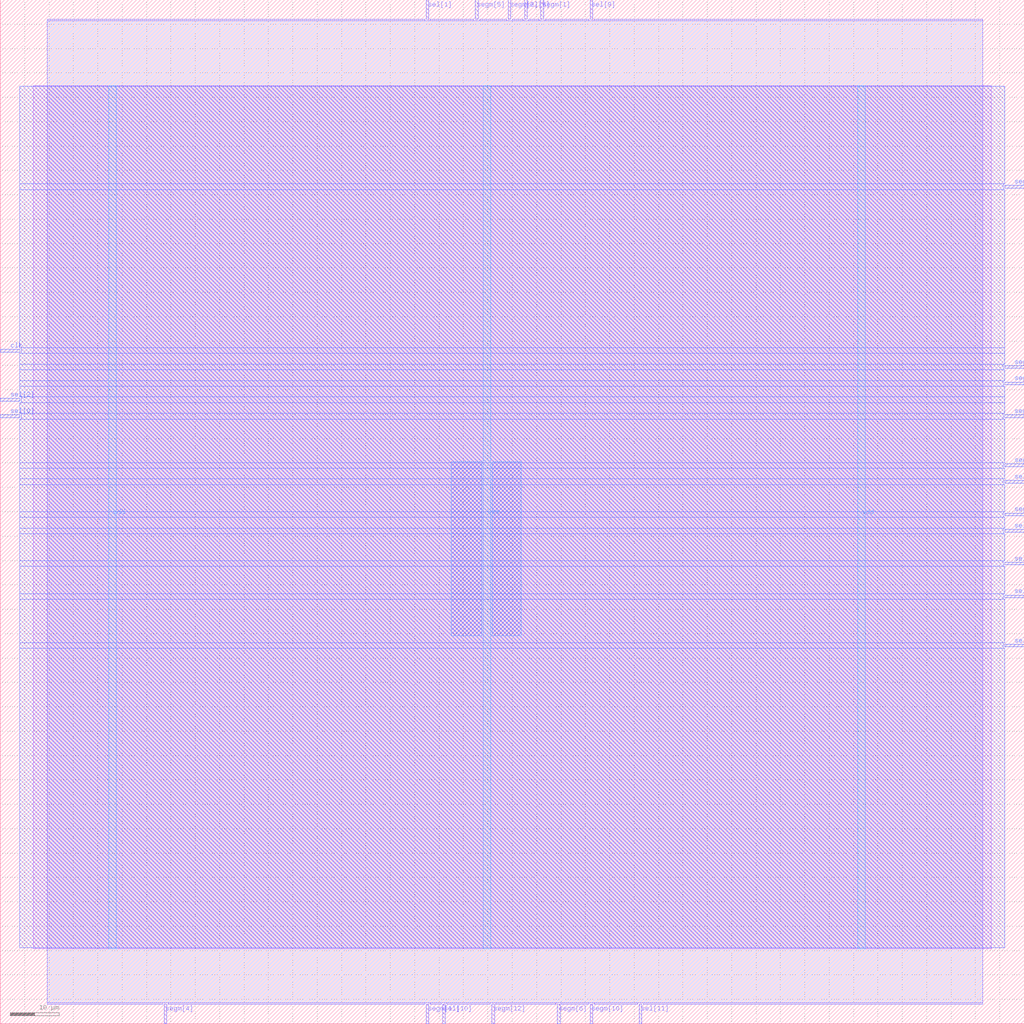
<source format=lef>
VERSION 5.7 ;
  NOWIREEXTENSIONATPIN ON ;
  DIVIDERCHAR "/" ;
  BUSBITCHARS "[]" ;
MACRO ita25
  CLASS BLOCK ;
  FOREIGN ita25 ;
  ORIGIN 0.000 0.000 ;
  SIZE 210.000 BY 210.000 ;
  PIN clk
    DIRECTION INPUT ;
    USE SIGNAL ;
    ANTENNAGATEAREA 4.738000 ;
    ANTENNADIFFAREA 0.410400 ;
    PORT
      LAYER Metal3 ;
        RECT 0.000 137.760 4.000 138.320 ;
    END
  END clk
  PIN segm[0]
    DIRECTION OUTPUT TRISTATE ;
    USE SIGNAL ;
    ANTENNADIFFAREA 0.360800 ;
    PORT
      LAYER Metal3 ;
        RECT 206.000 171.360 210.000 171.920 ;
    END
  END segm[0]
  PIN segm[10]
    DIRECTION OUTPUT TRISTATE ;
    USE SIGNAL ;
    ANTENNADIFFAREA 4.731200 ;
    PORT
      LAYER Metal2 ;
        RECT 120.960 0.000 121.520 4.000 ;
    END
  END segm[10]
  PIN segm[11]
    DIRECTION OUTPUT TRISTATE ;
    USE SIGNAL ;
    ANTENNADIFFAREA 4.731200 ;
    PORT
      LAYER Metal2 ;
        RECT 87.360 0.000 87.920 4.000 ;
    END
  END segm[11]
  PIN segm[12]
    DIRECTION OUTPUT TRISTATE ;
    USE SIGNAL ;
    ANTENNADIFFAREA 4.731200 ;
    PORT
      LAYER Metal2 ;
        RECT 100.800 0.000 101.360 4.000 ;
    END
  END segm[12]
  PIN segm[13]
    DIRECTION OUTPUT TRISTATE ;
    USE SIGNAL ;
    ANTENNADIFFAREA 4.731200 ;
    PORT
      LAYER Metal3 ;
        RECT 206.000 124.320 210.000 124.880 ;
    END
  END segm[13]
  PIN segm[1]
    DIRECTION OUTPUT TRISTATE ;
    USE SIGNAL ;
    ANTENNADIFFAREA 0.360800 ;
    PORT
      LAYER Metal2 ;
        RECT 110.880 206.000 111.440 210.000 ;
    END
  END segm[1]
  PIN segm[2]
    DIRECTION OUTPUT TRISTATE ;
    USE SIGNAL ;
    ANTENNADIFFAREA 4.731200 ;
    PORT
      LAYER Metal2 ;
        RECT 104.160 206.000 104.720 210.000 ;
    END
  END segm[2]
  PIN segm[3]
    DIRECTION OUTPUT TRISTATE ;
    USE SIGNAL ;
    ANTENNADIFFAREA 4.731200 ;
    PORT
      LAYER Metal3 ;
        RECT 206.000 104.160 210.000 104.720 ;
    END
  END segm[3]
  PIN segm[4]
    DIRECTION OUTPUT TRISTATE ;
    USE SIGNAL ;
    ANTENNADIFFAREA 0.360800 ;
    PORT
      LAYER Metal2 ;
        RECT 33.600 0.000 34.160 4.000 ;
    END
  END segm[4]
  PIN segm[5]
    DIRECTION OUTPUT TRISTATE ;
    USE SIGNAL ;
    ANTENNADIFFAREA 4.731200 ;
    PORT
      LAYER Metal2 ;
        RECT 97.440 206.000 98.000 210.000 ;
    END
  END segm[5]
  PIN segm[6]
    DIRECTION OUTPUT TRISTATE ;
    USE SIGNAL ;
    ANTENNADIFFAREA 4.731200 ;
    PORT
      LAYER Metal2 ;
        RECT 114.240 0.000 114.800 4.000 ;
    END
  END segm[6]
  PIN segm[7]
    DIRECTION OUTPUT TRISTATE ;
    USE SIGNAL ;
    ANTENNADIFFAREA 4.731200 ;
    PORT
      LAYER Metal3 ;
        RECT 206.000 114.240 210.000 114.800 ;
    END
  END segm[7]
  PIN segm[8]
    DIRECTION OUTPUT TRISTATE ;
    USE SIGNAL ;
    ANTENNADIFFAREA 4.731200 ;
    PORT
      LAYER Metal3 ;
        RECT 206.000 134.400 210.000 134.960 ;
    END
  END segm[8]
  PIN segm[9]
    DIRECTION OUTPUT TRISTATE ;
    USE SIGNAL ;
    ANTENNADIFFAREA 4.731200 ;
    PORT
      LAYER Metal3 ;
        RECT 206.000 131.040 210.000 131.600 ;
    END
  END segm[9]
  PIN sel[0]
    DIRECTION OUTPUT TRISTATE ;
    USE SIGNAL ;
    ANTENNADIFFAREA 4.731200 ;
    PORT
      LAYER Metal3 ;
        RECT 0.000 124.320 4.000 124.880 ;
    END
  END sel[0]
  PIN sel[10]
    DIRECTION OUTPUT TRISTATE ;
    USE SIGNAL ;
    ANTENNADIFFAREA 4.731200 ;
    PORT
      LAYER Metal2 ;
        RECT 90.720 0.000 91.280 4.000 ;
    END
  END sel[10]
  PIN sel[11]
    DIRECTION OUTPUT TRISTATE ;
    USE SIGNAL ;
    ANTENNADIFFAREA 4.731200 ;
    PORT
      LAYER Metal2 ;
        RECT 131.040 0.000 131.600 4.000 ;
    END
  END sel[11]
  PIN sel[1]
    DIRECTION OUTPUT TRISTATE ;
    USE SIGNAL ;
    ANTENNADIFFAREA 4.731200 ;
    PORT
      LAYER Metal2 ;
        RECT 87.360 206.000 87.920 210.000 ;
    END
  END sel[1]
  PIN sel[2]
    DIRECTION OUTPUT TRISTATE ;
    USE SIGNAL ;
    ANTENNADIFFAREA 4.731200 ;
    PORT
      LAYER Metal3 ;
        RECT 0.000 127.680 4.000 128.240 ;
    END
  END sel[2]
  PIN sel[3]
    DIRECTION OUTPUT TRISTATE ;
    USE SIGNAL ;
    ANTENNADIFFAREA 4.731200 ;
    PORT
      LAYER Metal3 ;
        RECT 206.000 100.800 210.000 101.360 ;
    END
  END sel[3]
  PIN sel[4]
    DIRECTION OUTPUT TRISTATE ;
    USE SIGNAL ;
    ANTENNADIFFAREA 4.731200 ;
    PORT
      LAYER Metal3 ;
        RECT 206.000 110.880 210.000 111.440 ;
    END
  END sel[4]
  PIN sel[5]
    DIRECTION OUTPUT TRISTATE ;
    USE SIGNAL ;
    ANTENNADIFFAREA 4.731200 ;
    PORT
      LAYER Metal2 ;
        RECT 107.520 206.000 108.080 210.000 ;
    END
  END sel[5]
  PIN sel[6]
    DIRECTION OUTPUT TRISTATE ;
    USE SIGNAL ;
    ANTENNADIFFAREA 4.731200 ;
    PORT
      LAYER Metal3 ;
        RECT 206.000 77.280 210.000 77.840 ;
    END
  END sel[6]
  PIN sel[7]
    DIRECTION OUTPUT TRISTATE ;
    USE SIGNAL ;
    ANTENNADIFFAREA 4.731200 ;
    PORT
      LAYER Metal3 ;
        RECT 206.000 94.080 210.000 94.640 ;
    END
  END sel[7]
  PIN sel[8]
    DIRECTION OUTPUT TRISTATE ;
    USE SIGNAL ;
    ANTENNADIFFAREA 4.731200 ;
    PORT
      LAYER Metal3 ;
        RECT 206.000 87.360 210.000 87.920 ;
    END
  END sel[8]
  PIN sel[9]
    DIRECTION OUTPUT TRISTATE ;
    USE SIGNAL ;
    ANTENNADIFFAREA 4.731200 ;
    PORT
      LAYER Metal2 ;
        RECT 120.960 206.000 121.520 210.000 ;
    END
  END sel[9]
  PIN vdd
    DIRECTION INOUT ;
    USE POWER ;
    PORT
      LAYER Metal4 ;
        RECT 22.240 15.380 23.840 192.380 ;
    END
    PORT
      LAYER Metal4 ;
        RECT 175.840 15.380 177.440 192.380 ;
    END
  END vdd
  PIN vss
    DIRECTION INOUT ;
    USE GROUND ;
    PORT
      LAYER Metal4 ;
        RECT 99.040 15.380 100.640 192.380 ;
    END
  END vss
  OBS
      LAYER Metal1 ;
        RECT 6.720 15.380 203.280 192.380 ;
      LAYER Metal2 ;
        RECT 9.660 205.700 87.060 206.000 ;
        RECT 88.220 205.700 97.140 206.000 ;
        RECT 98.300 205.700 103.860 206.000 ;
        RECT 105.020 205.700 107.220 206.000 ;
        RECT 108.380 205.700 110.580 206.000 ;
        RECT 111.740 205.700 120.660 206.000 ;
        RECT 121.820 205.700 201.460 206.000 ;
        RECT 9.660 4.300 201.460 205.700 ;
        RECT 9.660 4.000 33.300 4.300 ;
        RECT 34.460 4.000 87.060 4.300 ;
        RECT 88.220 4.000 90.420 4.300 ;
        RECT 91.580 4.000 100.500 4.300 ;
        RECT 101.660 4.000 113.940 4.300 ;
        RECT 115.100 4.000 120.660 4.300 ;
        RECT 121.820 4.000 130.740 4.300 ;
        RECT 131.900 4.000 201.460 4.300 ;
      LAYER Metal3 ;
        RECT 4.000 172.220 206.000 192.220 ;
        RECT 4.000 171.060 205.700 172.220 ;
        RECT 4.000 138.620 206.000 171.060 ;
        RECT 4.300 137.460 206.000 138.620 ;
        RECT 4.000 135.260 206.000 137.460 ;
        RECT 4.000 134.100 205.700 135.260 ;
        RECT 4.000 131.900 206.000 134.100 ;
        RECT 4.000 130.740 205.700 131.900 ;
        RECT 4.000 128.540 206.000 130.740 ;
        RECT 4.300 127.380 206.000 128.540 ;
        RECT 4.000 125.180 206.000 127.380 ;
        RECT 4.300 124.020 205.700 125.180 ;
        RECT 4.000 115.100 206.000 124.020 ;
        RECT 4.000 113.940 205.700 115.100 ;
        RECT 4.000 111.740 206.000 113.940 ;
        RECT 4.000 110.580 205.700 111.740 ;
        RECT 4.000 105.020 206.000 110.580 ;
        RECT 4.000 103.860 205.700 105.020 ;
        RECT 4.000 101.660 206.000 103.860 ;
        RECT 4.000 100.500 205.700 101.660 ;
        RECT 4.000 94.940 206.000 100.500 ;
        RECT 4.000 93.780 205.700 94.940 ;
        RECT 4.000 88.220 206.000 93.780 ;
        RECT 4.000 87.060 205.700 88.220 ;
        RECT 4.000 78.140 206.000 87.060 ;
        RECT 4.000 76.980 205.700 78.140 ;
        RECT 4.000 15.540 206.000 76.980 ;
      LAYER Metal4 ;
        RECT 92.540 79.610 98.740 115.270 ;
        RECT 100.940 79.610 106.820 115.270 ;
  END
END ita25
END LIBRARY


</source>
